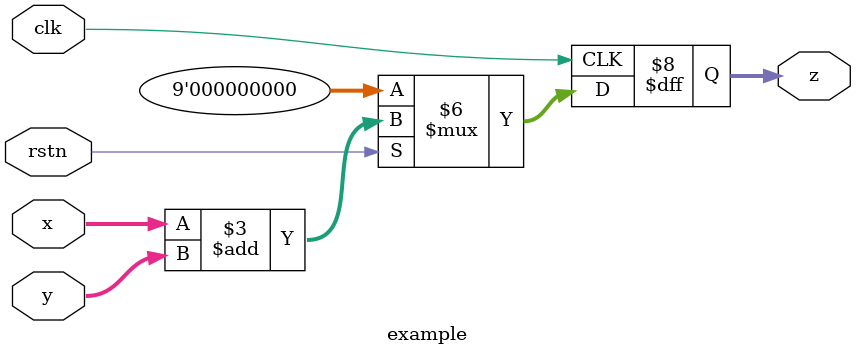
<source format=sv>
`timescale 1ns / 1ns
module example(
  input  logic clk,
  input  logic rstn,
  input  logic[7:0] x,
  input  logic[7:0] y,
  output logic[8:0] z 
  );

  initial begin: hello
    $display("Hello, from example.sv inst");
  end: hello
  
  // 8 bit full adder
  always_ff @(posedge clk) begin
    if(!rstn) z <= '0;
    else      z <= x + y;
  end

endmodule: example

</source>
